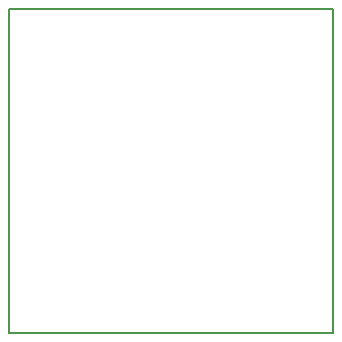
<source format=gbr>
G04 DipTrace 2.4.0.2*
%INBoardOutline.gbr*%
%MOIN*%
%ADD11C,0.0055*%
%FSLAX44Y44*%
G04*
G70*
G90*
G75*
G01*
%LNBoardOutline*%
%LPD*%
X-5400Y5400D2*
D11*
X5400D1*
Y-5400D1*
X-5400D1*
Y5400D1*
M02*

</source>
